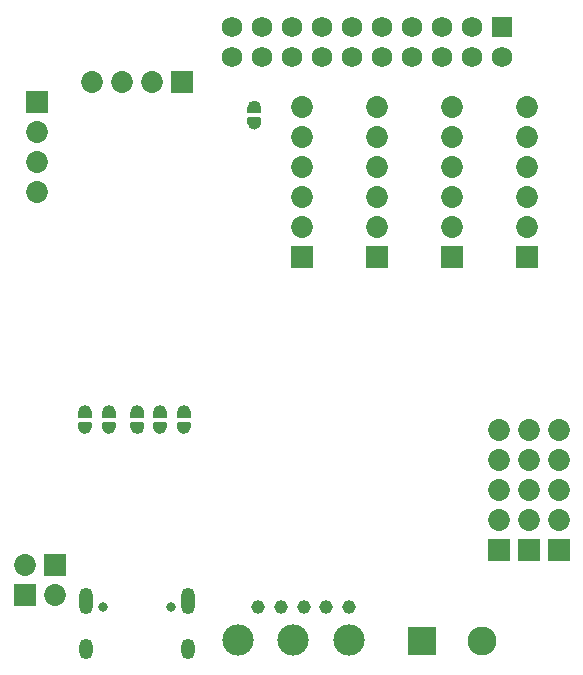
<source format=gbs>
G04*
G04 #@! TF.GenerationSoftware,Altium Limited,Altium Designer,21.0.8 (223)*
G04*
G04 Layer_Color=16711935*
%FSLAX25Y25*%
%MOIN*%
G70*
G04*
G04 #@! TF.SameCoordinates,F2A8CEE9-D926-4100-BC22-0473D3AB1F95*
G04*
G04*
G04 #@! TF.FilePolarity,Negative*
G04*
G01*
G75*
%ADD15C,0.00800*%
%ADD80C,0.00600*%
%ADD81C,0.07293*%
%ADD82R,0.07293X0.07293*%
%ADD83R,0.07293X0.07293*%
%ADD84C,0.10443*%
%ADD85C,0.03159*%
%ADD86O,0.04537X0.06899*%
%ADD87O,0.04537X0.08868*%
%ADD88C,0.06899*%
%ADD89R,0.06899X0.06899*%
%ADD90C,0.09655*%
%ADD91R,0.09655X0.09655*%
%ADD113C,0.04537*%
%ADD114C,0.02962*%
G36*
X78133Y183695D02*
X78695Y183133D01*
X79000Y182398D01*
Y182000D01*
Y180500D01*
X75000D01*
Y182000D01*
Y182398D01*
X75305Y183133D01*
X75867Y183695D01*
X76602Y184000D01*
X77398D01*
X78133Y183695D01*
D02*
G37*
G36*
X79000Y177000D02*
Y176602D01*
X78695Y175867D01*
X78133Y175304D01*
X77398Y175000D01*
X76602D01*
X75867Y175304D01*
X75305Y175867D01*
X75000Y176602D01*
Y177000D01*
Y178500D01*
X79000D01*
Y177000D01*
D02*
G37*
G36*
X54633Y82196D02*
X55195Y81633D01*
X55500Y80898D01*
Y80500D01*
Y79000D01*
X51500D01*
Y80500D01*
Y80898D01*
X51805Y81633D01*
X52367Y82196D01*
X53102Y82500D01*
X53898D01*
X54633Y82196D01*
D02*
G37*
G36*
X46633D02*
X47196Y81633D01*
X47500Y80898D01*
Y80500D01*
Y79000D01*
X43500D01*
Y80500D01*
Y80898D01*
X43804Y81633D01*
X44367Y82196D01*
X45102Y82500D01*
X45898D01*
X46633Y82196D01*
D02*
G37*
G36*
X39133D02*
X39696Y81633D01*
X40000Y80898D01*
Y80500D01*
Y79000D01*
X36000D01*
Y80500D01*
Y80898D01*
X36305Y81633D01*
X36867Y82196D01*
X37602Y82500D01*
X38398D01*
X39133Y82196D01*
D02*
G37*
G36*
X29633D02*
X30196Y81633D01*
X30500Y80898D01*
Y80500D01*
Y79000D01*
X26500D01*
Y80500D01*
Y80898D01*
X26805Y81633D01*
X27367Y82196D01*
X28102Y82500D01*
X28898D01*
X29633Y82196D01*
D02*
G37*
G36*
X21633D02*
X22196Y81633D01*
X22500Y80898D01*
Y80500D01*
Y79000D01*
X18500D01*
Y80500D01*
Y80898D01*
X18804Y81633D01*
X19367Y82196D01*
X20102Y82500D01*
X20898D01*
X21633Y82196D01*
D02*
G37*
G36*
X55500Y75500D02*
Y75102D01*
X55195Y74367D01*
X54633Y73804D01*
X53898Y73500D01*
X53102D01*
X52367Y73804D01*
X51805Y74367D01*
X51500Y75102D01*
Y75500D01*
Y77000D01*
X55500D01*
Y75500D01*
D02*
G37*
G36*
X47500D02*
Y75102D01*
X47196Y74367D01*
X46633Y73804D01*
X45898Y73500D01*
X45102D01*
X44367Y73804D01*
X43804Y74367D01*
X43500Y75102D01*
Y75500D01*
Y77000D01*
X47500D01*
Y75500D01*
D02*
G37*
G36*
X40000D02*
Y75102D01*
X39696Y74367D01*
X39133Y73804D01*
X38398Y73500D01*
X37602D01*
X36867Y73804D01*
X36305Y74367D01*
X36000Y75102D01*
Y75500D01*
Y77000D01*
X40000D01*
Y75500D01*
D02*
G37*
G36*
X30500D02*
Y75102D01*
X30196Y74367D01*
X29633Y73804D01*
X28898Y73500D01*
X28102D01*
X27367Y73804D01*
X26805Y74367D01*
X26500Y75102D01*
Y75500D01*
Y77000D01*
X30500D01*
Y75500D01*
D02*
G37*
G36*
X22500D02*
Y75102D01*
X22196Y74367D01*
X21633Y73804D01*
X20898Y73500D01*
X20102D01*
X19367Y73804D01*
X18804Y74367D01*
X18500Y75102D01*
Y75500D01*
Y77000D01*
X22500D01*
Y75500D01*
D02*
G37*
D15*
X79000Y182000D02*
G03*
X75000Y182000I-2000J0D01*
G01*
Y177000D02*
G03*
X79000Y177000I2000J0D01*
G01*
X22500Y80500D02*
G03*
X18500Y80500I-2000J0D01*
G01*
Y75500D02*
G03*
X22500Y75500I2000J0D01*
G01*
X40000Y80500D02*
G03*
X36000Y80500I-2000J0D01*
G01*
Y75500D02*
G03*
X40000Y75500I2000J0D01*
G01*
X51500D02*
G03*
X55500Y75500I2000J0D01*
G01*
Y80500D02*
G03*
X51500Y80500I-2000J0D01*
G01*
X43500Y75500D02*
G03*
X47500Y75500I2000J0D01*
G01*
Y80500D02*
G03*
X43500Y80500I-2000J0D01*
G01*
X30500D02*
G03*
X26500Y80500I-2000J0D01*
G01*
Y75500D02*
G03*
X30500Y75500I2000J0D01*
G01*
X75000Y180500D02*
Y182000D01*
X79000Y180500D02*
Y182000D01*
X75000Y180500D02*
X79000D01*
Y177000D02*
Y178500D01*
X75000Y177000D02*
Y178500D01*
X79000D01*
X18500Y79000D02*
Y80500D01*
X22500Y79000D02*
Y80500D01*
X18500Y79000D02*
X22500D01*
Y75500D02*
Y77000D01*
X18500Y75500D02*
Y77000D01*
X22500D01*
X36000Y79000D02*
Y80500D01*
X40000Y79000D02*
Y80500D01*
X36000Y79000D02*
X40000D01*
Y75500D02*
Y77000D01*
X36000Y75500D02*
Y77000D01*
X40000D01*
X55500Y75500D02*
Y77000D01*
X51500Y75500D02*
Y77000D01*
X55500D01*
X51500Y79000D02*
Y80500D01*
X55500Y79000D02*
Y80500D01*
X51500Y79000D02*
X55500D01*
X47500Y75500D02*
Y77000D01*
X43500Y75500D02*
Y77000D01*
X47500D01*
X43500Y79000D02*
Y80500D01*
X47500Y79000D02*
Y80500D01*
X43500Y79000D02*
X47500D01*
X26500D02*
Y80500D01*
X30500Y79000D02*
Y80500D01*
X26500Y79000D02*
X30500D01*
Y75500D02*
Y77000D01*
X26500Y75500D02*
Y77000D01*
X30500D01*
D80*
X0Y0D02*
D03*
Y208000D02*
D03*
X177500Y0D02*
D03*
X177000Y208000D02*
D03*
D81*
X23000Y190500D02*
D03*
X33000D02*
D03*
X43000D02*
D03*
X10500Y19500D02*
D03*
X118000Y172091D02*
D03*
Y162091D02*
D03*
Y152091D02*
D03*
Y142091D02*
D03*
Y182091D02*
D03*
X4500Y154000D02*
D03*
Y164000D02*
D03*
Y174000D02*
D03*
X93000Y182090D02*
D03*
Y142090D02*
D03*
Y152091D02*
D03*
Y162091D02*
D03*
Y172090D02*
D03*
X500Y29500D02*
D03*
X168000Y182090D02*
D03*
Y142090D02*
D03*
Y152091D02*
D03*
Y162091D02*
D03*
Y172090D02*
D03*
X143000Y182090D02*
D03*
Y142090D02*
D03*
Y152091D02*
D03*
Y162091D02*
D03*
Y172090D02*
D03*
X168500Y44591D02*
D03*
Y54591D02*
D03*
Y64591D02*
D03*
Y74591D02*
D03*
X158500Y44591D02*
D03*
Y54591D02*
D03*
Y64591D02*
D03*
Y74591D02*
D03*
X178500D02*
D03*
Y64591D02*
D03*
Y54591D02*
D03*
Y44591D02*
D03*
D82*
X53000Y190500D02*
D03*
X118000Y132091D02*
D03*
X93000Y132090D02*
D03*
X168000D02*
D03*
X143000D02*
D03*
D83*
X10500Y29500D02*
D03*
X4500Y184000D02*
D03*
X500Y19500D02*
D03*
X168500Y34591D02*
D03*
X158500D02*
D03*
X178500D02*
D03*
D84*
X89996Y4591D02*
D03*
X108500D02*
D03*
X71492D02*
D03*
D85*
X26622Y15449D02*
D03*
X49378D02*
D03*
D86*
X55027Y1669D02*
D03*
X20972D02*
D03*
D87*
X55027Y17417D02*
D03*
X20972D02*
D03*
D88*
X79500Y199000D02*
D03*
Y209000D02*
D03*
X99500D02*
D03*
Y199000D02*
D03*
X109500D02*
D03*
Y209000D02*
D03*
X119500Y199000D02*
D03*
Y209000D02*
D03*
X129500Y199000D02*
D03*
Y209000D02*
D03*
X139500Y199000D02*
D03*
Y209000D02*
D03*
X149500Y199000D02*
D03*
Y209000D02*
D03*
X159500Y199000D02*
D03*
X89500Y209000D02*
D03*
Y199000D02*
D03*
X69500Y209000D02*
D03*
Y199000D02*
D03*
D89*
X159500Y209000D02*
D03*
D90*
X153000Y4091D02*
D03*
D91*
X133000D02*
D03*
D113*
X85963Y15500D02*
D03*
X93500D02*
D03*
X101037D02*
D03*
X78111D02*
D03*
X108574D02*
D03*
D114*
X77000Y182000D02*
D03*
Y177000D02*
D03*
X20500Y80500D02*
D03*
Y75500D02*
D03*
X38000Y80500D02*
D03*
Y75500D02*
D03*
X53500D02*
D03*
Y80500D02*
D03*
X45500Y75500D02*
D03*
Y80500D02*
D03*
X28500D02*
D03*
Y75500D02*
D03*
M02*

</source>
